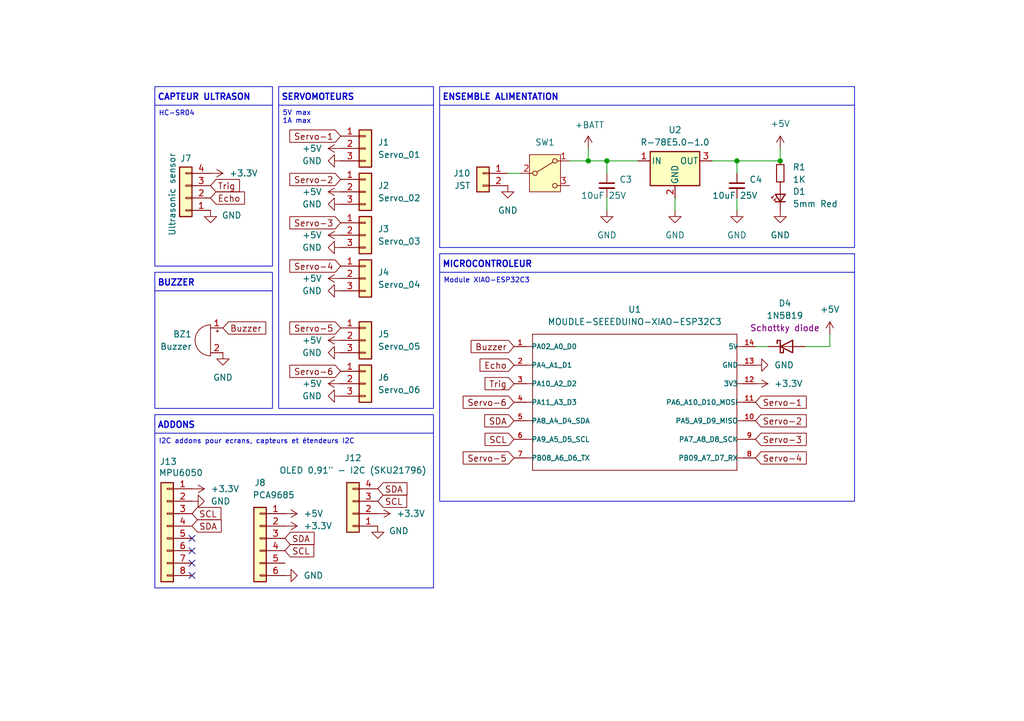
<source format=kicad_sch>
(kicad_sch (version 20250114) (generator "eeschema") (generator_version "9.0")
  (paper "A5")
  (title_block (title "PCB Otto Mks") (date "2025-01-21") (rev "1.0") (company "UniLaSalle Amiens - MakerSpace") (comment 1 "Adrien BRACQ - Remi LACOMBE") (comment 2 "https://makerspace-amiens.fr/otto-mks") (comment 3 "https://github.com/Makerspace-Amiens/otto-mks"))
  (lib_symbols
    (symbol "Connector_Generic:Conn_01x02" (pin_names (offset 1.016) (hide yes))
      (property "Reference" "J" (at 0 2.54 0))
      (property "Value" "Conn_01x02" (at 0 -5.08 0))
      (symbol "Conn_01x02_1_1"
        (rectangle (start -1.27 1.27) (end 1.27 -3.81) (stroke (width 0.254)) (fill (type background)))
        (rectangle (start -1.27 0.127) (end 0 -0.127) (stroke (width 0.1524)))
        (rectangle (start -1.27 -2.413) (end 0 -2.667) (stroke (width 0.1524)))
        (pin passive line (at -5.08 0 0) (length 3.81) (name "Pin_1") (number "1"))
        (pin passive line (at -5.08 -2.54 0) (length 3.81) (name "Pin_2") (number "2"))
      )
    )
    (symbol "Connector_Generic:Conn_01x03" (pin_names (offset 1.016) (hide yes))
      (property "Reference" "J" (at 0 5.08 0))
      (property "Value" "Conn_01x03" (at 0 -5.08 0))
      (symbol "Conn_01x03_1_1"
        (rectangle (start -1.27 3.81) (end 1.27 -3.81) (stroke (width 0.254)) (fill (type background)))
        (rectangle (start -1.27 2.667) (end 0 2.413) (stroke (width 0.1524)))
        (rectangle (start -1.27 0.127) (end 0 -0.127) (stroke (width 0.1524)))
        (rectangle (start -1.27 -2.413) (end 0 -2.667) (stroke (width 0.1524)))
        (pin passive line (at -5.08 2.54 0) (length 3.81) (name "Pin_1") (number "1"))
        (pin passive line (at -5.08 0 0) (length 3.81) (name "Pin_2") (number "2"))
        (pin passive line (at -5.08 -2.54 0) (length 3.81) (name "Pin_3") (number "3"))
      )
    )
    (symbol "Connector_Generic:Conn_01x04" (pin_names (offset 1.016) (hide yes))
      (property "Reference" "J" (at 0 5.08 0))
      (property "Value" "Conn_01x04" (at 0 -7.62 0))
      (symbol "Conn_01x04_1_1"
        (rectangle (start -1.27 3.81) (end 1.27 -6.35) (stroke (width 0.254)) (fill (type background)))
        (rectangle (start -1.27 2.667) (end 0 2.413) (stroke (width 0.1524)))
        (rectangle (start -1.27 0.127) (end 0 -0.127) (stroke (width 0.1524)))
        (rectangle (start -1.27 -2.413) (end 0 -2.667) (stroke (width 0.1524)))
        (rectangle (start -1.27 -4.953) (end 0 -5.207) (stroke (width 0.1524)))
        (pin passive line (at -5.08 2.54 0) (length 3.81) (name "Pin_1") (number "1"))
        (pin passive line (at -5.08 0 0) (length 3.81) (name "Pin_2") (number "2"))
        (pin passive line (at -5.08 -2.54 0) (length 3.81) (name "Pin_3") (number "3"))
        (pin passive line (at -5.08 -5.08 0) (length 3.81) (name "Pin_4") (number "4"))
      )
    )
    (symbol "Connector_Generic:Conn_01x06" (pin_names (offset 1.016) (hide yes))
      (property "Reference" "J" (at 0 7.62 0))
      (property "Value" "Conn_01x06" (at 0 -10.16 0))
      (symbol "Conn_01x06_1_1"
        (rectangle (start -1.27 6.35) (end 1.27 -8.89) (stroke (width 0.254)) (fill (type background)))
        (rectangle (start -1.27 5.207) (end 0 4.953) (stroke (width 0.1524)))
        (rectangle (start -1.27 2.667) (end 0 2.413) (stroke (width 0.1524)))
        (rectangle (start -1.27 0.127) (end 0 -0.127) (stroke (width 0.1524)))
        (rectangle (start -1.27 -2.413) (end 0 -2.667) (stroke (width 0.1524)))
        (rectangle (start -1.27 -4.953) (end 0 -5.207) (stroke (width 0.1524)))
        (rectangle (start -1.27 -7.493) (end 0 -7.747) (stroke (width 0.1524)))
        (pin passive line (at -5.08 5.08 0) (length 3.81) (name "Pin_1") (number "1"))
        (pin passive line (at -5.08 2.54 0) (length 3.81) (name "Pin_2") (number "2"))
        (pin passive line (at -5.08 0 0) (length 3.81) (name "Pin_3") (number "3"))
        (pin passive line (at -5.08 -2.54 0) (length 3.81) (name "Pin_4") (number "4"))
        (pin passive line (at -5.08 -5.08 0) (length 3.81) (name "Pin_5") (number "5"))
        (pin passive line (at -5.08 -7.62 0) (length 3.81) (name "Pin_6") (number "6"))
      )
    )
    (symbol "Connector_Generic:Conn_01x08" (pin_names (offset 1.016) (hide yes))
      (property "Reference" "J" (at 0 10.16 0))
      (property "Value" "Conn_01x08" (at 0 -12.7 0))
      (symbol "Conn_01x08_1_1"
        (rectangle (start -1.27 8.89) (end 1.27 -11.43) (stroke (width 0.254)) (fill (type background)))
        (rectangle (start -1.27 7.747) (end 0 7.493) (stroke (width 0.1524)))
        (rectangle (start -1.27 5.207) (end 0 4.953) (stroke (width 0.1524)))
        (rectangle (start -1.27 2.667) (end 0 2.413) (stroke (width 0.1524)))
        (rectangle (start -1.27 0.127) (end 0 -0.127) (stroke (width 0.1524)))
        (rectangle (start -1.27 -2.413) (end 0 -2.667) (stroke (width 0.1524)))
        (rectangle (start -1.27 -4.953) (end 0 -5.207) (stroke (width 0.1524)))
        (rectangle (start -1.27 -7.493) (end 0 -7.747) (stroke (width 0.1524)))
        (rectangle (start -1.27 -10.033) (end 0 -10.287) (stroke (width 0.1524)))
        (pin passive line (at -5.08 7.62 0) (length 3.81) (name "Pin_1") (number "1"))
        (pin passive line (at -5.08 5.08 0) (length 3.81) (name "Pin_2") (number "2"))
        (pin passive line (at -5.08 2.54 0) (length 3.81) (name "Pin_3") (number "3"))
        (pin passive line (at -5.08 0 0) (length 3.81) (name "Pin_4") (number "4"))
        (pin passive line (at -5.08 -2.54 0) (length 3.81) (name "Pin_5") (number "5"))
        (pin passive line (at -5.08 -5.08 0) (length 3.81) (name "Pin_6") (number "6"))
        (pin passive line (at -5.08 -7.62 0) (length 3.81) (name "Pin_7") (number "7"))
        (pin passive line (at -5.08 -10.16 0) (length 3.81) (name "Pin_8") (number "8"))
      )
    )
    (symbol "Device:Buzzer" (pin_names (offset 0.0254) (hide yes))
      (property "Reference" "BZ" (at 3.81 1.27 0))
      (property "Value" "Buzzer" (at 3.81 -1.27 0))
      (symbol "Buzzer_0_1"
        (polyline (pts (xy -1.651 1.905) (xy -1.143 1.905)))
        (polyline (pts (xy -1.397 2.159) (xy -1.397 1.651)))
        (arc (start 0 3.175) (mid 3.1612 0) (end 0 -3.175))
        (polyline (pts (xy 0 3.175) (xy 0 -3.175)))
      )
      (symbol "Buzzer_1_1"
        (pin passive line (at -2.54 2.54 0) (length 2.54) (name "+") (number "1"))
        (pin passive line (at -2.54 -2.54 0) (length 2.54) (name "-") (number "2"))
      )
    )
    (symbol "Device:C_Small" (pin_numbers (hide yes)) (pin_names (offset 0.254) (hide yes))
      (property "Reference" "C" (at 0.254 1.778 0))
      (property "Value" "C_Small" (at 0.254 -2.032 0))
      (symbol "C_Small_0_1"
        (polyline (pts (xy -1.524 0.508) (xy 1.524 0.508)) (stroke (width 0.3048)))
        (polyline (pts (xy -1.524 -0.508) (xy 1.524 -0.508)) (stroke (width 0.3302)))
      )
      (symbol "C_Small_1_1"
        (pin passive line (at 0 2.54 270) (length 2.032) (name "~") (number "1"))
        (pin passive line (at 0 -2.54 90) (length 2.032) (name "~") (number "2"))
      )
    )
    (symbol "Device:D_Schottky" (pin_numbers (hide yes)) (pin_names (offset 1.016) (hide yes))
      (property "Reference" "D" (at 0 2.54 0))
      (property "Value" "D_Schottky" (at 0 -2.54 0))
      (symbol "D_Schottky_0_1"
        (polyline (pts (xy -1.905 0.635) (xy -1.905 1.27) (xy -1.27 1.27) (xy -1.27 -1.27) (xy -0.635 -1.27) (xy -0.635 -0.635)) (stroke (width 0.254)))
        (polyline (pts (xy 1.27 1.27) (xy 1.27 -1.27) (xy -1.27 0) (xy 1.27 1.27)) (stroke (width 0.254)))
        (polyline (pts (xy 1.27 0) (xy -1.27 0)))
      )
      (symbol "D_Schottky_1_1"
        (pin passive line (at -3.81 0 0) (length 2.54) (name "K") (number "1"))
        (pin passive line (at 3.81 0 180) (length 2.54) (name "A") (number "2"))
      )
    )
    (symbol "Device:LED_Small" (pin_numbers (hide yes)) (pin_names (offset 0.254) (hide yes))
      (property "Reference" "D" (at -1.27 3.175 0))
      (property "Value" "LED_Small" (at -4.445 -2.54 0))
      (symbol "LED_Small_0_1"
        (polyline (pts (xy -0.762 -1.016) (xy -0.762 1.016)) (stroke (width 0.254)))
        (polyline (pts (xy 0 0.762) (xy -0.508 1.27) (xy -0.254 1.27) (xy -0.508 1.27) (xy -0.508 1.016)))
        (polyline (pts (xy 0.508 1.27) (xy 0 1.778) (xy 0.254 1.778) (xy 0 1.778) (xy 0 1.524)))
        (polyline (pts (xy 0.762 -1.016) (xy -0.762 0) (xy 0.762 1.016) (xy 0.762 -1.016)) (stroke (width 0.254)))
        (polyline (pts (xy 1.016 0) (xy -0.762 0)))
      )
      (symbol "LED_Small_1_1"
        (pin passive line (at -2.54 0 0) (length 1.778) (name "K") (number "1"))
        (pin passive line (at 2.54 0 180) (length 1.778) (name "A") (number "2"))
      )
    )
    (symbol "Device:R_Small" (pin_numbers (hide yes)) (pin_names (offset 0.254) (hide yes))
      (property "Reference" "R" (at 0.762 0.508 0))
      (property "Value" "R_Small" (at 0.762 -1.016 0))
      (symbol "R_Small_0_1"
        (rectangle (start -0.762 1.778) (end 0.762 -1.778) (stroke (width 0.2032)))
      )
      (symbol "R_Small_1_1"
        (pin passive line (at 0 2.54 270) (length 0.762) (name "~") (number "1"))
        (pin passive line (at 0 -2.54 90) (length 0.762) (name "~") (number "2"))
      )
    )
    (symbol "MOUDLE-SEEEDUINO-XIAO-ESP32C3:MOUDLE-SEEEDUINO-XIAO-ESP32C3" (pin_names (offset 1.016))
      (property "Reference" "U" (at -21.59 15.24 0))
      (property "Value" "MOUDLE-SEEEDUINO-XIAO-ESP32C3" (at -21.59 13.97 0))
      (symbol "MOUDLE-SEEEDUINO-XIAO-ESP32C3_0_0"
        (polyline (pts (xy -21.59 13.97) (xy 20.32 13.97)) (stroke (width 0.1524)))
        (polyline (pts (xy -21.59 11.43) (xy -22.86 11.43)) (stroke (width 0.1524)))
        (polyline (pts (xy -21.59 11.43) (xy -21.59 13.97)) (stroke (width 0.1524)))
        (polyline (pts (xy -21.59 7.62) (xy -22.86 7.62)) (stroke (width 0.1524)))
        (polyline (pts (xy -21.59 7.62) (xy -21.59 11.43)) (stroke (width 0.1524)))
        (polyline (pts (xy -21.59 3.81) (xy -22.86 3.81)) (stroke (width 0.1524)))
        (polyline (pts (xy -21.59 3.81) (xy -21.59 7.62)) (stroke (width 0.1524)))
        (polyline (pts (xy -21.59 0) (xy -22.86 0)) (stroke (width 0.1524)))
        (polyline (pts (xy -21.59 0) (xy -21.59 3.81)) (stroke (width 0.1524)))
        (polyline (pts (xy -21.59 -3.81) (xy -22.86 -3.81)) (stroke (width 0.1524)))
        (polyline (pts (xy -21.59 -7.62) (xy -22.86 -7.62)) (stroke (width 0.1524)))
        (polyline (pts (xy -21.59 -11.43) (xy -22.86 -11.43)) (stroke (width 0.1524)))
        (polyline (pts (xy -21.59 -13.97) (xy -21.59 0)) (stroke (width 0.1524)))
        (polyline (pts (xy 20.32 13.97) (xy 20.32 11.43)) (stroke (width 0.1524)))
        (polyline (pts (xy 20.32 11.43) (xy 20.32 7.62)) (stroke (width 0.1524)))
        (polyline (pts (xy 20.32 7.62) (xy 20.32 3.81)) (stroke (width 0.1524)))
        (polyline (pts (xy 20.32 3.81) (xy 20.32 -13.97)) (stroke (width 0.1524)))
        (polyline (pts (xy 20.32 -13.97) (xy -21.59 -13.97)) (stroke (width 0.1524)))
        (polyline (pts (xy 21.59 11.43) (xy 20.32 11.43)) (stroke (width 0.1524)))
        (polyline (pts (xy 21.59 7.62) (xy 20.32 7.62)) (stroke (width 0.1524)))
        (polyline (pts (xy 21.59 3.81) (xy 20.32 3.81)) (stroke (width 0.1524)))
        (polyline (pts (xy 21.59 0) (xy 20.32 0)) (stroke (width 0.1524)))
        (polyline (pts (xy 21.59 -3.81) (xy 20.32 -3.81)) (stroke (width 0.1524)))
        (polyline (pts (xy 21.59 -7.62) (xy 20.32 -7.62)) (stroke (width 0.1524)))
        (polyline (pts (xy 21.59 -11.43) (xy 20.32 -11.43)) (stroke (width 0.1524)))
        (pin bidirectional line (at -25.4 11.43 0) (length 2.54) (name "PA02_A0_D0") (number "1"))
        (pin bidirectional line (at -25.4 7.62 0) (length 2.54) (name "PA4_A1_D1") (number "2"))
        (pin bidirectional line (at -25.4 3.81 0) (length 2.54) (name "PA10_A2_D2") (number "3"))
        (pin bidirectional line (at -25.4 0 0) (length 2.54) (name "PA11_A3_D3") (number "4"))
        (pin bidirectional line (at -25.4 -3.81 0) (length 2.54) (name "PA8_A4_D4_SDA") (number "5"))
        (pin bidirectional line (at -25.4 -7.62 0) (length 2.54) (name "PA9_A5_D5_SCL") (number "6"))
        (pin bidirectional line (at -25.4 -11.43 0) (length 2.54) (name "PB08_A6_D6_TX") (number "7"))
        (pin bidirectional line (at 24.13 11.43 180) (length 2.54) (name "5V") (number "14"))
        (pin bidirectional line (at 24.13 7.62 180) (length 2.54) (name "GND") (number "13"))
        (pin bidirectional line (at 24.13 3.81 180) (length 2.54) (name "3V3") (number "12"))
        (pin bidirectional line (at 24.13 0 180) (length 2.54) (name "PA6_A10_D10_MOSI") (number "11"))
        (pin bidirectional line (at 24.13 -3.81 180) (length 2.54) (name "PA5_A9_D9_MISO") (number "10"))
        (pin bidirectional line (at 24.13 -7.62 180) (length 2.54) (name "PA7_A8_D8_SCK") (number "9"))
        (pin bidirectional line (at 24.13 -11.43 180) (length 2.54) (name "PB09_A7_D7_RX") (number "8"))
      )
    )
    (symbol "Regulator_Switching:R-78E5.0-1.0" (pin_names (offset 0.254))
      (property "Reference" "U" (at -3.81 3.175 0))
      (property "Value" "R-78E5.0-1.0" (at 0 3.175 0))
      (symbol "R-78E5.0-1.0_0_1"
        (rectangle (start -5.08 1.905) (end 5.08 -5.08) (stroke (width 0.254)) (fill (type background)))
      )
      (symbol "R-78E5.0-1.0_1_1"
        (pin power_in line (at -7.62 0 0) (length 2.54) (name "IN") (number "1"))
        (pin power_in line (at 0 -7.62 90) (length 2.54) (name "GND") (number "2"))
        (pin power_out line (at 7.62 0 180) (length 2.54) (name "OUT") (number "3"))
      )
    )
    (symbol "Switch:SW_SPDT" (pin_names (offset 0) (hide yes))
      (property "Reference" "SW" (at 0 5.08 0))
      (property "Value" "SW_SPDT" (at 0 -5.08 0))
      (symbol "SW_SPDT_0_1"
        (circle (center -2.032 0) (radius 0.4572))
        (polyline (pts (xy -1.651 0.254) (xy 1.651 2.286)))
        (circle (center 2.032 2.54) (radius 0.4572))
        (circle (center 2.032 -2.54) (radius 0.4572))
      )
      (symbol "SW_SPDT_1_1"
        (rectangle (start -3.175 3.81) (end 3.175 -3.81) (fill (type background)))
        (pin passive line (at -5.08 0 0) (length 2.54) (name "B") (number "2"))
        (pin passive line (at 5.08 2.54 180) (length 2.54) (name "A") (number "1"))
        (pin passive line (at 5.08 -2.54 180) (length 2.54) (name "C") (number "3"))
      )
    )
    (symbol "power:+3.3V" (power) (pin_numbers (hide yes)) (pin_names (offset 0) (hide yes))
      (property "Value" "+3.3V" (at 0 3.556 0))
      (symbol "+3.3V_0_1"
        (polyline (pts (xy -0.762 1.27) (xy 0 2.54)))
        (polyline (pts (xy 0 2.54) (xy 0.762 1.27)))
        (polyline (pts (xy 0 0) (xy 0 2.54)))
      )
      (symbol "+3.3V_1_1"
        (pin power_in line (at 0 0 90) (length 0) (name "~") (number "1"))
      )
    )
    (symbol "power:+5V" (power) (pin_numbers (hide yes)) (pin_names (offset 0) (hide yes))
      (property "Value" "+5V" (at 0 3.556 0))
      (symbol "+5V_0_1"
        (polyline (pts (xy -0.762 1.27) (xy 0 2.54)))
        (polyline (pts (xy 0 2.54) (xy 0.762 1.27)))
        (polyline (pts (xy 0 0) (xy 0 2.54)))
      )
      (symbol "+5V_1_1"
        (pin power_in line (at 0 0 90) (length 0) (name "~") (number "1"))
      )
    )
    (symbol "power:+BATT" (power) (pin_numbers (hide yes)) (pin_names (offset 0) (hide yes))
      (property "Value" "+BATT" (at 0 3.556 0))
      (symbol "+BATT_0_1"
        (polyline (pts (xy -0.762 1.27) (xy 0 2.54)))
        (polyline (pts (xy 0 2.54) (xy 0.762 1.27)))
        (polyline (pts (xy 0 0) (xy 0 2.54)))
      )
      (symbol "+BATT_1_1"
        (pin power_in line (at 0 0 90) (length 0) (name "~") (number "1"))
      )
    )
    (symbol "power:GND" (power) (pin_numbers (hide yes)) (pin_names (offset 0) (hide yes))
      (property "Value" "GND" (at 0 -3.81 0))
      (symbol "GND_0_1"
        (polyline (pts (xy 0 0) (xy 0 -1.27) (xy 1.27 -1.27) (xy 0 -2.54) (xy -1.27 -1.27) (xy 0 -1.27)))
      )
      (symbol "GND_1_1"
        (pin power_in line (at 0 0 270) (length 0) (name "~") (number "1"))
      )
    )
  )
  (rectangle (start 31.75 85.09) (end 88.9 120.65))
  (rectangle (start 57.15 17.78) (end 88.9 83.82))
  (rectangle (start 90.17 52.07) (end 175.26 102.87))
  (rectangle (start 31.75 17.78) (end 55.88 54.61))
  (rectangle (start 90.17 17.78) (end 175.26 50.8))
  (rectangle (start 31.75 55.88) (end 55.88 83.82))
  (text "HC-SR04" (at 32.512 23.368 0) (effects (font (size 1.016 1.016)) (justify left)))
  (text "CAPTEUR ULTRASON" (at 32.258 20.066 0) (effects (font (size 1.27 1.27) (thickness 0.254) (bold yes)) (justify left)))
  (text "BUZZER" (at 32.258 58.166 0) (effects (font (size 1.27 1.27) (thickness 0.254) (bold yes)) (justify left)))
  (text "ADDONS" (at 32.258 87.376 0) (effects (font (size 1.27 1.27) (thickness 0.254) (bold yes)) (justify left)))
  (text "ENSEMBLE ALIMENTATION" (at 90.678 20.066 0) (effects (font (size 1.27 1.27) (thickness 0.254) (bold yes)) (justify left)))
  (text "SERVOMOTEURS\n" (at 57.658 20.066 0) (effects (font (size 1.27 1.27) (thickness 0.254) (bold yes)) (justify left)))
  (text "Module XIAO-ESP32C3" (at 90.932 57.658 0) (effects (font (size 1.016 1.016)) (justify left)))
  (text "I2C addons pour ecrans, capteurs et étendeurs I2C" (at 32.512 90.678 0) (effects (font (size 1.016 1.016)) (justify left)))
  (text "MICROCONTROLEUR" (at 90.678 54.356 0) (effects (font (size 1.27 1.27) (thickness 0.254) (bold yes)) (justify left)))
  (text "5V max\n1A max" (at 57.912 24.13 0) (effects (font (size 1.016 1.016)) (justify left)))
  (junction (at 124.46 33.02))
  (junction (at 151.13 33.02))
  (junction (at 160.02 33.02))
  (junction (at 120.65 33.02))
  (no_connect (at 39.37 113.03))
  (no_connect (at 39.37 115.57))
  (no_connect (at 39.37 110.49))
  (no_connect (at 39.37 118.11))
  (wire (pts (xy 124.46 40.64) (xy 124.46 43.18)))
  (polyline (pts (xy 90.17 55.88) (xy 175.26 55.88)))
  (wire (pts (xy 104.14 35.56) (xy 106.68 35.56)))
  (wire (pts (xy 170.18 71.12) (xy 170.18 68.58)))
  (wire (pts (xy 154.94 71.12) (xy 157.48 71.12)))
  (wire (pts (xy 124.46 33.02) (xy 124.46 35.56)))
  (wire (pts (xy 120.65 33.02) (xy 124.46 33.02)))
  (wire (pts (xy 124.46 33.02) (xy 130.81 33.02)))
  (wire (pts (xy 138.43 43.18) (xy 138.43 40.64)))
  (polyline (pts (xy 90.17 21.59) (xy 175.26 21.59)))
  (wire (pts (xy 116.84 33.02) (xy 120.65 33.02)))
  (wire (pts (xy 160.02 30.48) (xy 160.02 33.02)))
  (wire (pts (xy 146.05 33.02) (xy 151.13 33.02)))
  (polyline (pts (xy 57.15 21.59) (xy 88.9 21.59)))
  (wire (pts (xy 165.1 71.12) (xy 170.18 71.12)))
  (polyline (pts (xy 31.75 21.59) (xy 55.88 21.59)))
  (wire (pts (xy 151.13 33.02) (xy 160.02 33.02)))
  (polyline (pts (xy 31.75 59.69) (xy 55.88 59.69)))
  (polyline (pts (xy 31.75 88.9) (xy 88.9 88.9)))
  (wire (pts (xy 151.13 33.02) (xy 151.13 35.56)))
  (wire (pts (xy 151.13 40.64) (xy 151.13 43.18)))
  (wire (pts (xy 120.65 30.48) (xy 120.65 33.02)))
  (global_label "SCL" (shape input) (at 58.42 113.03 0) (property "Intersheetrefs" "${INTERSHEET_REFS}" (effects (hide yes))))
  (global_label "Servo-5" (shape input) (at 105.41 93.98 180) (property "Intersheetrefs" "${INTERSHEET_REFS}" (effects (hide yes))))
  (global_label "Servo-6" (shape input) (at 105.41 82.55 180) (property "Intersheetrefs" "${INTERSHEET_REFS}" (effects (hide yes))))
  (global_label "SCL" (shape input) (at 77.47 102.87 0) (property "Intersheetrefs" "${INTERSHEET_REFS}" (effects (hide yes))))
  (global_label "Trig" (shape input) (at 43.18 38.1 0) (property "Intersheetrefs" "${INTERSHEET_REFS}" (effects (hide yes))))
  (global_label "SDA" (shape input) (at 58.42 110.49 0) (property "Intersheetrefs" "${INTERSHEET_REFS}" (effects (hide yes))))
  (global_label "SDA" (shape input) (at 39.37 107.95 0) (property "Intersheetrefs" "${INTERSHEET_REFS}" (effects (hide yes))))
  (global_label "Servo-4" (shape input) (at 69.85 54.61 180) (property "Intersheetrefs" "${INTERSHEET_REFS}" (effects (hide yes))))
  (global_label "Servo-2" (shape input) (at 69.85 36.83 180) (property "Intersheetrefs" "${INTERSHEET_REFS}" (effects (hide yes))))
  (global_label "Buzzer" (shape input) (at 105.41 71.12 180) (property "Intersheetrefs" "${INTERSHEET_REFS}" (effects (hide yes))))
  (global_label "Servo-1" (shape input) (at 154.94 82.55 0) (property "Intersheetrefs" "${INTERSHEET_REFS}" (effects (hide yes))))
  (global_label "Servo-1" (shape input) (at 69.85 27.94 180) (property "Intersheetrefs" "${INTERSHEET_REFS}" (effects (hide yes))))
  (global_label "SDA" (shape input) (at 105.41 86.36 180) (property "Intersheetrefs" "${INTERSHEET_REFS}" (effects (hide yes))))
  (global_label "Servo-3" (shape input) (at 69.85 45.72 180) (property "Intersheetrefs" "${INTERSHEET_REFS}" (effects (hide yes))))
  (global_label "Servo-2" (shape input) (at 154.94 86.36 0) (property "Intersheetrefs" "${INTERSHEET_REFS}" (effects (hide yes))))
  (global_label "SCL" (shape input) (at 39.37 105.41 0) (property "Intersheetrefs" "${INTERSHEET_REFS}" (effects (hide yes))))
  (global_label "Servo-6" (shape input) (at 69.85 76.2 180) (property "Intersheetrefs" "${INTERSHEET_REFS}" (effects (hide yes))))
  (global_label "Echo" (shape input) (at 105.41 74.93 180) (property "Intersheetrefs" "${INTERSHEET_REFS}" (effects (hide yes))))
  (global_label "Echo" (shape input) (at 43.18 40.64 0) (property "Intersheetrefs" "${INTERSHEET_REFS}" (effects (hide yes))))
  (global_label "Trig" (shape input) (at 105.41 78.74 180) (property "Intersheetrefs" "${INTERSHEET_REFS}" (effects (hide yes))))
  (global_label "SDA" (shape input) (at 77.47 100.33 0) (property "Intersheetrefs" "${INTERSHEET_REFS}" (effects (hide yes))))
  (global_label "Buzzer" (shape input) (at 45.72 67.31 0) (property "Intersheetrefs" "${INTERSHEET_REFS}" (effects (hide yes))))
  (global_label "SCL" (shape input) (at 105.41 90.17 180) (property "Intersheetrefs" "${INTERSHEET_REFS}" (effects (hide yes))))
  (global_label "Servo-4" (shape input) (at 154.94 93.98 0) (property "Intersheetrefs" "${INTERSHEET_REFS}" (effects (hide yes))))
  (global_label "Servo-3" (shape input) (at 154.94 90.17 0) (property "Intersheetrefs" "${INTERSHEET_REFS}" (effects (hide yes))))
  (global_label "Servo-5" (shape input) (at 69.85 67.31 180) (property "Intersheetrefs" "${INTERSHEET_REFS}" (effects (hide yes))))
  (symbol (lib_id "power:GND") (at 77.47 107.95 0) (unit 1)
    (property "Reference" "#PWR032" (effects (hide yes)))
    (property "Value" "GND" (at 81.788 108.966 0))
    (property "Description" "Power symbol creates a global label with name \"GND\" , ground" (effects (hide yes)))
  )
  (symbol (lib_id "power:GND") (at 154.94 74.93 90) (unit 1)
    (property "Reference" "#PWR05" (effects (hide yes)))
    (property "Value" "GND" (at 158.75 74.9299 90) (effects (justify right)))
    (property "Description" "Power symbol creates a global label with name \"GND\" , ground" (effects (hide yes)))
  )
  (symbol (lib_id "Connector_Generic:Conn_01x06") (at 53.34 110.49 0) (mirror y) (unit 1)
    (property "Reference" "J8" (at 53.34 99.06 0))
    (property "Value" "PCA9685" (at 56.134 101.6 0))
    (property "Footprint" "Connector_PinSocket_2.54mm:PinSocket_1x06_P2.54mm_Vertical" (effects (hide yes)))
    (property "Description" "Generic connector, single row, 01x06, script generated (kicad-library-utils/schlib/autogen/connector/)" (effects (hide yes)))
  )
  (symbol (lib_id "Connector_Generic:Conn_01x03") (at 74.93 57.15 0) (unit 1)
    (property "Reference" "J4" (at 77.47 55.8799 0) (effects (justify left)))
    (property "Value" "Servo_04" (at 77.47 58.4199 0) (effects (justify left)))
    (property "Footprint" "Connector_PinHeader_2.54mm:PinHeader_1x03_P2.54mm_Vertical" (effects (hide yes)))
    (property "Description" "Generic connector, single row, 01x03, script generated (kicad-library-utils/schlib/autogen/connector/)" (effects (hide yes)))
  )
  (symbol (lib_id "power:+3.3V") (at 77.47 105.41 270) (unit 1)
    (property "Reference" "#PWR031" (effects (hide yes)))
    (property "Value" "+3.3V" (at 81.28 105.4099 90) (effects (justify left)))
    (property "Description" "Power symbol creates a global label with name \"+3.3V\"" (effects (hide yes)))
  )
  (symbol (lib_id "Connector_Generic:Conn_01x03") (at 74.93 78.74 0) (unit 1)
    (property "Reference" "J6" (at 77.47 77.4699 0) (effects (justify left)))
    (property "Value" "Servo_06" (at 77.47 80.0099 0) (effects (justify left)))
    (property "Footprint" "Connector_PinHeader_2.54mm:PinHeader_1x03_P2.54mm_Vertical" (effects (hide yes)))
    (property "Description" "Generic connector, single row, 01x03, script generated (kicad-library-utils/schlib/autogen/connector/)" (effects (hide yes)))
  )
  (symbol (lib_id "power:GND") (at 69.85 33.02 270) (unit 1)
    (property "Reference" "#PWR08" (effects (hide yes)))
    (property "Value" "GND" (at 66.04 33.0199 90) (effects (justify right)))
    (property "Description" "Power symbol creates a global label with name \"GND\" , ground" (effects (hide yes)))
  )
  (symbol (lib_id "Connector_Generic:Conn_01x08") (at 34.29 107.95 0) (mirror y) (unit 1)
    (property "Reference" "J13" (at 36.322 94.742 0) (effects (justify left)))
    (property "Value" "MPU6050" (at 41.656 97.028 0) (effects (justify left)))
    (property "Footprint" "Connector_PinSocket_2.54mm:PinSocket_1x08_P2.54mm_Vertical" (effects (hide yes)))
    (property "Description" "Generic connector, single row, 01x08, script generated (kicad-library-utils/schlib/autogen/connector/)" (effects (hide yes)))
  )
  (symbol (lib_id "power:GND") (at 69.85 41.91 270) (unit 1)
    (property "Reference" "#PWR010" (effects (hide yes)))
    (property "Value" "GND" (at 66.04 41.9099 90) (effects (justify right)))
    (property "Description" "Power symbol creates a global label with name \"GND\" , ground" (effects (hide yes)))
  )
  (symbol (lib_id "power:GND") (at 138.43 43.18 0) (unit 1)
    (property "Reference" "#PWR03" (effects (hide yes)))
    (property "Value" "GND" (at 138.43 48.26 0))
    (property "Description" "Power symbol creates a global label with name \"GND\" , ground" (effects (hide yes)))
  )
  (symbol (lib_id "power:+3.3V") (at 58.42 107.95 270) (mirror x) (unit 1)
    (property "Reference" "#PWR027" (effects (hide yes)))
    (property "Value" "+3.3V" (at 62.23 107.9501 90) (effects (justify left)))
    (property "Description" "Power symbol creates a global label with name \"+3.3V\"" (effects (hide yes)))
  )
  (symbol (lib_id "Regulator_Switching:R-78E5.0-1.0") (at 138.43 33.02 0) (unit 1)
    (property "Reference" "U2" (at 138.43 26.67 0))
    (property "Value" "R-78E5.0-1.0" (at 138.43 29.21 0))
    (property "Footprint" "Converter_DCDC:Converter_DCDC_RECOM_R-78E-0.5_THT" (effects (hide yes)))
    (property "Datasheet" "https://www.recom-power.com/pdf/Innoline/R-78Exx-1.0.pdf" (effects (hide yes)))
    (property "Description" "1A Step-Down DC/DC-Regulator, 7-28V input, 5V fixed Output Voltage, LM78xx replacement, -40°C to +85°C, SIP3" (effects (hide yes)))
  )
  (symbol (lib_id "Device:R_Small") (at 160.02 35.56 0) (unit 1)
    (property "Reference" "R1" (at 162.56 34.2899 0) (effects (justify left)))
    (property "Value" "1K" (at 162.56 36.8299 0) (effects (justify left)))
    (property "Footprint" "Resistor_THT:R_Axial_DIN0207_L6.3mm_D2.5mm_P10.16mm_Horizontal" (effects (hide yes)))
    (property "Description" "Resistor, small symbol" (effects (hide yes)))
  )
  (symbol (lib_id "Device:Buzzer") (at 43.18 69.85 0) (mirror y) (unit 1)
    (property "Reference" "BZ1" (at 39.37 68.5799 0) (effects (justify left)))
    (property "Value" "Buzzer" (at 39.37 71.1199 0) (effects (justify left)))
    (property "Footprint" "Buzzer_Beeper:Buzzer_12x9.5RM7.6" (effects (hide yes)))
    (property "Description" "Buzzer, polarized" (effects (hide yes)))
  )
  (symbol (lib_id "power:GND") (at 39.37 102.87 90) (unit 1)
    (property "Reference" "#PWR038" (effects (hide yes)))
    (property "Value" "GND" (at 43.18 102.8699 90) (effects (justify right)))
    (property "Description" "Power symbol creates a global label with name \"GND\" , ground" (effects (hide yes)))
  )
  (symbol (lib_id "power:+5V") (at 170.18 68.58 0) (unit 1)
    (property "Reference" "#PWR04" (effects (hide yes)))
    (property "Value" "+5V" (at 170.18 63.5 0))
    (property "Description" "Power symbol creates a global label with name \"+5V\"" (effects (hide yes)))
  )
  (symbol (lib_id "power:+5V") (at 69.85 30.48 90) (unit 1)
    (property "Reference" "#PWR07" (effects (hide yes)))
    (property "Value" "+5V" (at 66.04 30.4799 90) (effects (justify left)))
    (property "Description" "Power symbol creates a global label with name \"+5V\"" (effects (hide yes)))
  )
  (symbol (lib_id "power:+BATT") (at 120.65 30.48 0) (unit 1)
    (property "Reference" "#PWR02" (effects (hide yes)))
    (property "Value" "+BATT" (at 120.904 25.654 0))
    (property "Description" "Power symbol creates a global label with name \"+BATT\"" (effects (hide yes)))
  )
  (symbol (lib_id "Connector_Generic:Conn_01x03") (at 74.93 30.48 0) (unit 1)
    (property "Reference" "J1" (at 77.47 29.2099 0) (effects (justify left)))
    (property "Value" "Servo_01" (at 77.47 31.7499 0) (effects (justify left)))
    (property "Footprint" "Connector_PinHeader_2.54mm:PinHeader_1x03_P2.54mm_Vertical" (effects (hide yes)))
    (property "Description" "Generic connector, single row, 01x03, script generated (kicad-library-utils/schlib/autogen/connector/)" (effects (hide yes)))
  )
  (symbol (lib_id "power:+5V") (at 58.42 105.41 270) (mirror x) (unit 1)
    (property "Reference" "#PWR028" (effects (hide yes)))
    (property "Value" "+5V" (at 62.23 105.4101 90) (effects (justify left)))
    (property "Description" "Power symbol creates a global label with name \"+5V\"" (effects (hide yes)))
  )
  (symbol (lib_id "power:+3.3V") (at 39.37 100.33 270) (unit 1)
    (property "Reference" "#PWR037" (effects (hide yes)))
    (property "Value" "+3.3V" (at 43.18 100.3299 90) (effects (justify left)))
    (property "Description" "Power symbol creates a global label with name \"+3.3V\"" (effects (hide yes)))
  )
  (symbol (lib_id "Connector_Generic:Conn_01x03") (at 74.93 69.85 0) (unit 1)
    (property "Reference" "J5" (at 77.47 68.5799 0) (effects (justify left)))
    (property "Value" "Servo_05" (at 77.47 71.1199 0) (effects (justify left)))
    (property "Footprint" "Connector_PinHeader_2.54mm:PinHeader_1x03_P2.54mm_Vertical" (effects (hide yes)))
    (property "Description" "Generic connector, single row, 01x03, script generated (kicad-library-utils/schlib/autogen/connector/)" (effects (hide yes)))
  )
  (symbol (lib_id "power:+5V") (at 69.85 39.37 90) (unit 1)
    (property "Reference" "#PWR09" (effects (hide yes)))
    (property "Value" "+5V" (at 66.04 39.3699 90) (effects (justify left)))
    (property "Description" "Power symbol creates a global label with name \"+5V\"" (effects (hide yes)))
  )
  (symbol (lib_id "power:GND") (at 151.13 43.18 0) (unit 1)
    (property "Reference" "#PWR042" (effects (hide yes)))
    (property "Value" "GND" (at 151.13 48.26 0))
    (property "Description" "Power symbol creates a global label with name \"GND\" , ground" (effects (hide yes)))
  )
  (symbol (lib_id "power:+3.3V") (at 43.18 35.56 270) (unit 1)
    (property "Reference" "#PWR023" (effects (hide yes)))
    (property "Value" "+3.3V" (at 46.99 35.5599 90) (effects (justify left)))
    (property "Description" "Power symbol creates a global label with name \"+3.3V\"" (effects (hide yes)))
  )
  (symbol (lib_id "power:GND") (at 69.85 59.69 270) (unit 1)
    (property "Reference" "#PWR014" (effects (hide yes)))
    (property "Value" "GND" (at 66.04 59.6899 90) (effects (justify right)))
    (property "Description" "Power symbol creates a global label with name \"GND\" , ground" (effects (hide yes)))
  )
  (symbol (lib_id "Connector_Generic:Conn_01x04") (at 72.39 105.41 180) (unit 1)
    (property "Reference" "J12" (at 72.39 93.98 0))
    (property "Value" "OLED 0,91\" - I2C (SKU21796)" (at 72.39 96.52 0))
    (property "Footprint" "Connector_PinSocket_2.54mm:PinSocket_1x04_P2.54mm_Vertical" (effects (hide yes)))
    (property "Datasheet" "https://www.gotronic.fr/art-afficheur-oled-0-91-sku21796-35038.htm" (effects (hide yes)))
    (property "Description" "Generic connector, single row, 01x04, script generated (kicad-library-utils/schlib/autogen/connector/)" (effects (hide yes)))
  )
  (symbol (lib_id "power:+5V") (at 69.85 48.26 90) (unit 1)
    (property "Reference" "#PWR011" (effects (hide yes)))
    (property "Value" "+5V" (at 66.04 48.2599 90) (effects (justify left)))
    (property "Description" "Power symbol creates a global label with name \"+5V\"" (effects (hide yes)))
  )
  (symbol (lib_id "Connector_Generic:Conn_01x02") (at 99.06 35.56 0) (mirror y) (unit 1)
    (property "Reference" "J10" (at 96.52 35.5599 0) (effects (justify left)))
    (property "Value" "JST" (at 96.52 38.0999 0) (effects (justify left)))
    (property "Footprint" "Connector_Molex:Molex_KK-254_AE-6410-02A_1x02_P2.54mm_Vertical" (effects (hide yes)))
    (property "Description" "Generic connector, single row, 01x02, script generated (kicad-library-utils/schlib/autogen/connector/)" (effects (hide yes)))
  )
  (symbol (lib_id "Device:LED_Small") (at 160.02 40.64 90) (unit 1)
    (property "Reference" "D1" (at 162.56 39.3064 90) (effects (justify right)))
    (property "Value" "5mm Red" (at 162.56 41.8464 90) (effects (justify right)))
    (property "Footprint" "LED_THT:LED_D5.0mm" (effects (hide yes)))
    (property "Description" "Light emitting diode, small symbol" (effects (hide yes)))
  )
  (symbol (lib_id "power:+5V") (at 69.85 69.85 90) (unit 1)
    (property "Reference" "#PWR015" (effects (hide yes)))
    (property "Value" "+5V" (at 66.04 69.8499 90) (effects (justify left)))
    (property "Description" "Power symbol creates a global label with name \"+5V\"" (effects (hide yes)))
  )
  (symbol (lib_id "Device:C_Small") (at 124.46 38.1 0) (unit 1)
    (property "Reference" "C3" (at 127 36.8362 0) (effects (justify left)))
    (property "Value" "10uF 25V" (at 119.126 40.132 0) (effects (justify left)))
    (property "Footprint" "Capacitor_THT:C_Disc_D6.0mm_W2.5mm_P5.00mm" (effects (hide yes)))
    (property "Description" "Unpolarized capacitor, small symbol" (effects (hide yes)))
  )
  (symbol (lib_id "Device:C_Small") (at 151.13 38.1 0) (unit 1)
    (property "Reference" "C4" (at 153.67 36.8362 0) (effects (justify left)))
    (property "Value" "10uF 25V" (at 146.05 40.132 0) (effects (justify left)))
    (property "Footprint" "Capacitor_THT:C_Disc_D6.0mm_W2.5mm_P5.00mm" (effects (hide yes)))
    (property "Description" "Unpolarized capacitor, small symbol" (effects (hide yes)))
  )
  (symbol (lib_id "power:+3.3V") (at 154.94 78.74 270) (unit 1)
    (property "Reference" "#PWR025" (effects (hide yes)))
    (property "Value" "+3.3V" (at 158.75 78.7399 90) (effects (justify left)))
    (property "Description" "Power symbol creates a global label with name \"+3.3V\"" (effects (hide yes)))
  )
  (symbol (lib_id "Connector_Generic:Conn_01x03") (at 74.93 48.26 0) (unit 1)
    (property "Reference" "J3" (at 77.47 46.9899 0) (effects (justify left)))
    (property "Value" "Servo_03" (at 77.47 49.5299 0) (effects (justify left)))
    (property "Footprint" "Connector_PinHeader_2.54mm:PinHeader_1x03_P2.54mm_Vertical" (effects (hide yes)))
    (property "Description" "Generic connector, single row, 01x03, script generated (kicad-library-utils/schlib/autogen/connector/)" (effects (hide yes)))
  )
  (symbol (lib_id "power:GND") (at 45.72 72.39 0) (unit 1)
    (property "Reference" "#PWR017" (effects (hide yes)))
    (property "Value" "GND" (at 45.72 77.47 0))
    (property "Description" "Power symbol creates a global label with name \"GND\" , ground" (effects (hide yes)))
  )
  (symbol (lib_id "power:GND") (at 160.02 43.18 0) (unit 1)
    (property "Reference" "#PWR06" (effects (hide yes)))
    (property "Value" "GND" (at 160.02 48.26 0))
    (property "Description" "Power symbol creates a global label with name \"GND\" , ground" (effects (hide yes)))
  )
  (symbol (lib_id "Connector_Generic:Conn_01x03") (at 74.93 39.37 0) (unit 1)
    (property "Reference" "J2" (at 77.47 38.0999 0) (effects (justify left)))
    (property "Value" "Servo_02" (at 77.47 40.6399 0) (effects (justify left)))
    (property "Footprint" "Connector_PinHeader_2.54mm:PinHeader_1x03_P2.54mm_Vertical" (effects (hide yes)))
    (property "Description" "Generic connector, single row, 01x03, script generated (kicad-library-utils/schlib/autogen/connector/)" (effects (hide yes)))
  )
  (symbol (lib_id "power:GND") (at 58.42 118.11 90) (mirror x) (unit 1)
    (property "Reference" "#PWR026" (effects (hide yes)))
    (property "Value" "GND" (at 62.23 118.1101 90) (effects (justify right)))
    (property "Description" "Power symbol creates a global label with name \"GND\" , ground" (effects (hide yes)))
  )
  (symbol (lib_id "power:GND") (at 69.85 50.8 270) (unit 1)
    (property "Reference" "#PWR012" (effects (hide yes)))
    (property "Value" "GND" (at 66.04 50.7999 90) (effects (justify right)))
    (property "Description" "Power symbol creates a global label with name \"GND\" , ground" (effects (hide yes)))
  )
  (symbol (lib_id "power:GND") (at 69.85 81.28 270) (unit 1)
    (property "Reference" "#PWR021" (effects (hide yes)))
    (property "Value" "GND" (at 66.04 81.2799 90) (effects (justify right)))
    (property "Description" "Power symbol creates a global label with name \"GND\" , ground" (effects (hide yes)))
  )
  (symbol (lib_id "power:+5V") (at 69.85 57.15 90) (unit 1)
    (property "Reference" "#PWR013" (effects (hide yes)))
    (property "Value" "+5V" (at 66.04 57.1499 90) (effects (justify left)))
    (property "Description" "Power symbol creates a global label with name \"+5V\"" (effects (hide yes)))
  )
  (symbol (lib_id "Switch:SW_SPDT") (at 111.76 35.56 0) (unit 1)
    (property "Reference" "SW1" (at 111.76 29.21 0))
    (property "Value" "SW_SPDT" (effects (hide yes)))
    (property "Footprint" "100SP1T1B4M2QE:SW_100SP1T1B4M2QE" (effects (hide yes)))
    (property "Description" "Switch, single pole double throw" (effects (hide yes)))
  )
  (symbol (lib_id "MOUDLE-SEEEDUINO-XIAO-ESP32C3:MOUDLE-SEEEDUINO-XIAO-ESP32C3") (at 130.81 82.55 0) (unit 1)
    (property "Reference" "U1" (at 130.175 63.5 0))
    (property "Value" "MOUDLE-SEEEDUINO-XIAO-ESP32C3" (at 130.175 66.04 0))
    (property "Footprint" "MOUDLE14P-SMD-2.54-21X17.8MM" (effects (hide yes)))
  )
  (symbol (lib_id "Connector_Generic:Conn_01x04") (at 38.1 40.64 180) (unit 1)
    (property "Reference" "J7" (at 38.1 32.512 0))
    (property "Value" "Ultrasonic sensor" (at 35.306 39.878 90))
    (property "Footprint" "Connector_PinSocket_2.54mm:PinSocket_1x04_P2.54mm_Vertical" (effects (hide yes)))
    (property "Description" "Generic connector, single row, 01x04, script generated (kicad-library-utils/schlib/autogen/connector/)" (effects (hide yes)))
  )
  (symbol (lib_id "power:+5V") (at 69.85 78.74 90) (unit 1)
    (property "Reference" "#PWR016" (effects (hide yes)))
    (property "Value" "+5V" (at 66.04 78.7399 90) (effects (justify left)))
    (property "Description" "Power symbol creates a global label with name \"+5V\"" (effects (hide yes)))
  )
  (symbol (lib_id "power:GND") (at 104.14 38.1 0) (unit 1)
    (property "Reference" "#PWR029" (effects (hide yes)))
    (property "Value" "GND" (at 104.14 43.18 0))
    (property "Description" "Power symbol creates a global label with name \"GND\" , ground" (effects (hide yes)))
  )
  (symbol (lib_id "power:+5V") (at 160.02 30.48 0) (unit 1)
    (property "Reference" "#PWR01" (effects (hide yes)))
    (property "Value" "+5V" (at 160.02 25.4 0))
    (property "Description" "Power symbol creates a global label with name \"+5V\"" (effects (hide yes)))
  )
  (symbol (lib_id "Device:D_Schottky") (at 161.29 71.12 0) (unit 1)
    (property "Reference" "D4" (at 160.9725 62.23 0))
    (property "Value" "1N5819" (at 160.9725 64.77 0))
    (property "Footprint" "Diode_THT:D_A-405_P7.62mm_Horizontal" (effects (hide yes)))
    (property "Description" "Schottky diode" (at 160.9725 67.31 0))
  )
  (symbol (lib_id "power:GND") (at 43.18 43.18 0) (unit 1)
    (property "Reference" "#PWR022" (effects (hide yes)))
    (property "Value" "GND" (at 47.498 44.196 0))
    (property "Description" "Power symbol creates a global label with name \"GND\" , ground" (effects (hide yes)))
  )
  (symbol (lib_id "power:GND") (at 69.85 72.39 270) (unit 1)
    (property "Reference" "#PWR019" (effects (hide yes)))
    (property "Value" "GND" (at 66.04 72.3899 90) (effects (justify right)))
    (property "Description" "Power symbol creates a global label with name \"GND\" , ground" (effects (hide yes)))
  )
  (symbol (lib_id "power:GND") (at 124.46 43.18 0) (unit 1)
    (property "Reference" "#PWR035" (effects (hide yes)))
    (property "Value" "GND" (at 124.46 48.26 0))
    (property "Description" "Power symbol creates a global label with name \"GND\" , ground" (effects (hide yes)))
  )
)
</source>
